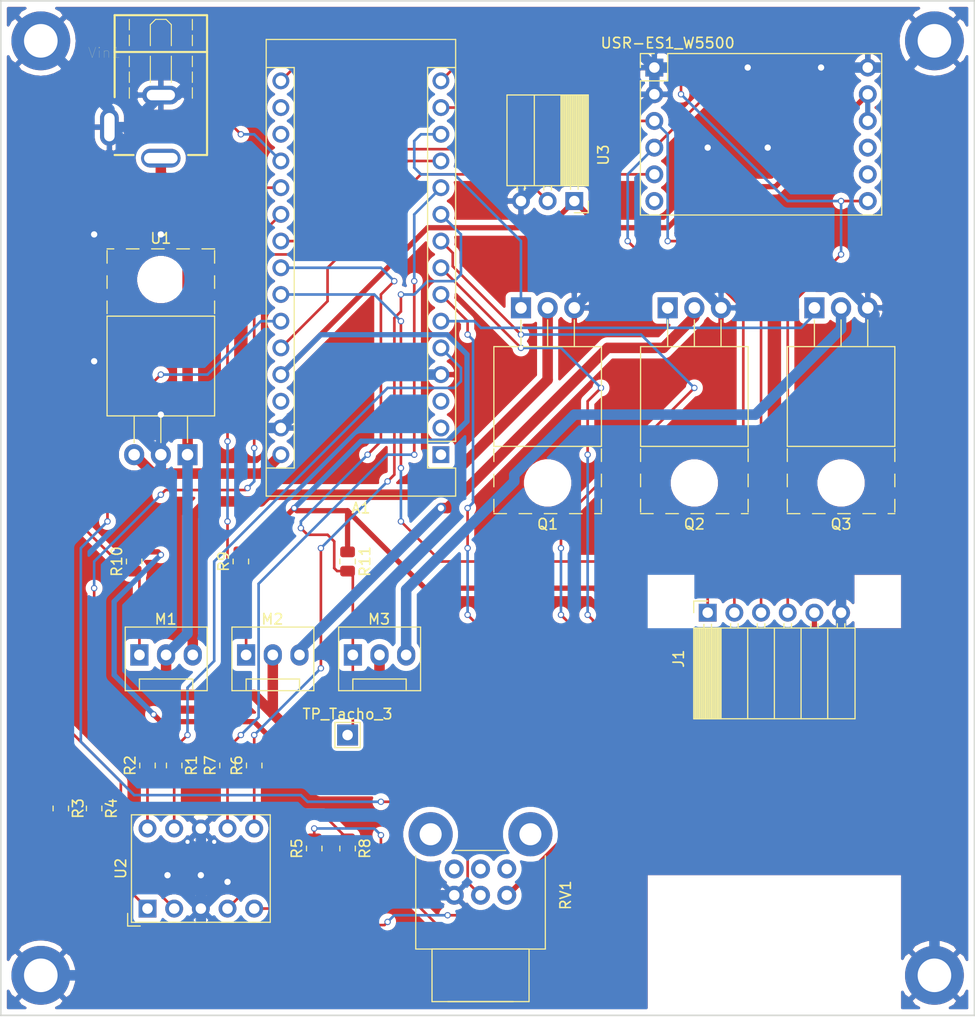
<source format=kicad_pcb>
(kicad_pcb (version 20171130) (host pcbnew "(5.1.10)-1")
  (title_block (date "jeu. 02 avril 2015"))
  (layers (0 F.Cu signal) (31 B.Cu signal) (34 B.Paste user) (35 F.Paste user) (36 B.SilkS user) (37 F.SilkS user) (38 B.Mask user) (39 F.Mask user) (44 Edge.Cuts user))
  (net 0 "")
  (net 1 "Net-(A1-Pad13)")
  (net 2 "Net-(A1-Pad28)")
  (net 3 "Net-(A1-Pad12)")
  (net 4 "Net-(A1-Pad11)")
  (net 5 "Net-(A1-Pad26)")
  (net 6 "Net-(A1-Pad10)")
  (net 7 "Net-(A1-Pad9)")
  (net 8 "Net-(A1-Pad8)")
  (net 9 "Net-(A1-Pad23)")
  (net 10 "Net-(A1-Pad7)")
  (net 11 "Net-(A1-Pad6)")
  (net 12 "Net-(A1-Pad21)")
  (net 13 "Net-(A1-Pad5)")
  (net 14 "Net-(A1-Pad20)")
  (net 15 "Net-(A1-Pad19)")
  (net 16 "Net-(A1-Pad3)")
  (net 17 "Net-(A1-Pad18)")
  (net 18 "Net-(A1-Pad2)")
  (net 19 "Net-(A1-Pad17)")
  (net 20 "Net-(A1-Pad1)")
  (net 21 "Net-(R1-Pad2)")
  (net 22 "Net-(R3-Pad2)")
  (net 23 "Net-(R4-Pad2)")
  (net 24 "Net-(R5-Pad1)")
  (net 25 "Net-(R6-Pad1)")
  (net 26 "Net-(R7-Pad1)")
  (net 27 "Net-(R8-Pad2)")
  (net 28 /CS)
  (net 29 "Net-(M1-Pad3)")
  (net 30 "Net-(M2-Pad3)")
  (net 31 /MI)
  (net 32 /NT)
  (net 33 /RST)
  (net 34 /NC)
  (net 35 /SCK)
  (net 36 /V)
  (net 37 /MO)
  (net 38 /G)
  (net 39 "Net-(M3-Pad3)")
  (net 40 "Net-(R2-Pad1)")
  (net 41 /6V)
  (net 42 /12V)
  (net 43 /CS_SD)
  (net 44 /A6)
  (module NEB21R:NEB21R (layer F.Cu) (at 95.25 19.05 180)
    (fp_text reference Vin1 (at 5.365 2.675 180) (layer F.SilkS) (effects (font (thickness 0.015))))
    (fp_text value NEB21R)
    (pad 2 thru_hole oval (at 4.9 -4.4 180) (size 1.778 3.556) (drill oval 1 2.7) (layers *.Cu *.Mask) (net 38 /G))
    (pad 1 thru_hole oval (at 0 -7.35 180) (size 3.756 1.778) (drill oval 3.2 1) (layers *.Cu *.Mask) (net 42 /12V))
    (pad 3 thru_hole oval (at 0 -1.35 180) (size 3.556 1.778) (drill oval 2.7 1) (layers *.Cu *.Mask) (net 38 /G))
  )
  (module KiCadFootprints:Potentiometer_Alps_RK09L_Double_Horizontal_Edge_mount (layer F.Cu) (at 123.19 96.52 270)
    (fp_text reference RV1 (at 0 -10.6 90) (layer F.SilkS))
    (fp_text value R_POT)
    (pad 3 thru_hole circle (at 0 -5 270) (size 1.8 1.8) (drill 1) (layers *.Cu *.Mask) (net 36 /V))
    (pad 2 thru_hole circle (at 0 -2.5 270) (size 1.8 1.8) (drill 1) (layers *.Cu *.Mask) (net 44 /A6))
    (pad 1 thru_hole circle (at 0 0 270) (size 1.8 1.8) (drill 1) (layers *.Cu *.Mask) (net 38 /G))
    (pad 6 thru_hole circle (at -2.5 -5 270) (size 1.8 1.8) (drill 1) (layers *.Cu *.Mask))
    (pad 5 thru_hole circle (at -2.5 -2.5 270) (size 1.8 1.8) (drill 1) (layers *.Cu *.Mask))
    (pad 4 thru_hole circle (at -2.5 0 270) (size 1.8 1.8) (drill 1) (layers *.Cu *.Mask))
    (pad "" thru_hole circle (at -5.8 -7.25 270) (size 4.2 4.2) (drill 2.1) (layers *.Cu *.Mask))
    (pad "" thru_hole circle (at -5.8 2.25 270) (size 4.2 4.2) (drill 2.1) (layers *.Cu *.Mask))
  )
  (module KiCadFootprints:USR-ES1_W5500_v2 (layer F.Cu) (at 142.24 17.78)
    (fp_text reference USR-ES1_W5500 (at 1.27 -2.33) (layer F.SilkS))
    (fp_text value Conn_02x06_Odd_Even)
    (pad 12 thru_hole oval (at 20.32 12.7) (size 1.7 1.7) (drill 1) (layers *.Cu *.Mask) (net 31 /MI))
    (pad 11 thru_hole oval (at 0 12.7) (size 1.7 1.7) (drill 1) (layers *.Cu *.Mask) (net 32 /NT))
    (pad 10 thru_hole oval (at 20.32 10.16) (size 1.7 1.7) (drill 1) (layers *.Cu *.Mask) (net 33 /RST))
    (pad 9 thru_hole oval (at 0 10.16) (size 1.7 1.7) (drill 1) (layers *.Cu *.Mask) (net 28 /CS))
    (pad 8 thru_hole oval (at 20.32 7.62) (size 1.7 1.7) (drill 1) (layers *.Cu *.Mask) (net 34 /NC))
    (pad 7 thru_hole oval (at 0 7.62) (size 1.7 1.7) (drill 1) (layers *.Cu *.Mask) (net 35 /SCK))
    (pad 6 thru_hole oval (at 20.32 5.08) (size 1.7 1.7) (drill 1) (layers *.Cu *.Mask) (net 36 /V))
    (pad 5 thru_hole oval (at 0 5.08) (size 1.7 1.7) (drill 1) (layers *.Cu *.Mask) (net 37 /MO))
    (pad 4 thru_hole oval (at 20.32 2.54) (size 1.7 1.7) (drill 1) (layers *.Cu *.Mask) (net 36 /V))
    (pad 3 thru_hole oval (at 0 2.54) (size 1.7 1.7) (drill 1) (layers *.Cu *.Mask) (net 38 /G))
    (pad 2 thru_hole oval (at 20.32 0) (size 1.7 1.7) (drill 1) (layers *.Cu *.Mask) (net 38 /G))
    (pad 1 thru_hole rect (at 0 0) (size 1.7 1.7) (drill 1) (layers *.Cu *.Mask) (net 38 /G))
  )
  (module Display_7Segment:Sx39-1xxxxx (layer F.Cu) (at 93.98 97.79 90)
    (fp_text reference U2 (at 3.81 -2.54 90) (layer F.SilkS))
    (fp_text value KCSC02-105)
    (pad 10 thru_hole circle (at 7.62 0 90) (size 1.7 1.7) (drill 1) (layers *.Cu *.Mask) (net 40 "Net-(R2-Pad1)"))
    (pad 9 thru_hole circle (at 7.62 2.54 90) (size 1.7 1.7) (drill 1) (layers *.Cu *.Mask) (net 21 "Net-(R1-Pad2)"))
    (pad 8 thru_hole circle (at 7.62 5.08 90) (size 1.7 1.7) (drill 1) (layers *.Cu *.Mask) (net 38 /G))
    (pad 7 thru_hole circle (at 7.62 7.62 90) (size 1.7 1.7) (drill 1) (layers *.Cu *.Mask) (net 26 "Net-(R7-Pad1)"))
    (pad 6 thru_hole circle (at 7.62 10.16 90) (size 1.7 1.7) (drill 1) (layers *.Cu *.Mask) (net 25 "Net-(R6-Pad1)"))
    (pad 5 thru_hole circle (at 0 10.16 90) (size 1.7 1.7) (drill 1) (layers *.Cu *.Mask) (net 27 "Net-(R8-Pad2)"))
    (pad 4 thru_hole circle (at 0 7.62 90) (size 1.7 1.7) (drill 1) (layers *.Cu *.Mask) (net 24 "Net-(R5-Pad1)"))
    (pad 3 thru_hole circle (at 0 5.08 90) (size 1.7 1.7) (drill 1) (layers *.Cu *.Mask) (net 38 /G))
    (pad 2 thru_hole circle (at 0 2.54 90) (size 1.7 1.7) (drill 1) (layers *.Cu *.Mask) (net 23 "Net-(R4-Pad2)"))
    (pad 1 thru_hole rect (at 0 0 90) (size 1.7 1.7) (drill 1) (layers *.Cu *.Mask) (net 22 "Net-(R3-Pad2)"))
  )
  (module MountingHole:MountingHole_3.2mm_M3_DIN965_Pad (layer F.Cu) (at 168.91 15.24)
    (fp_text reference REF** hide)
    (fp_text value " ")
    (pad 1 thru_hole circle (at 0 0) (size 5.6 5.6) (drill 3.2) (layers *.Cu *.Mask) (net 38 /G))
  )
  (module MountingHole:MountingHole_3.2mm_M3_DIN965_Pad (layer F.Cu) (at 168.91 104.14)
    (fp_text reference REF** hide)
    (fp_text value " ")
    (pad 1 thru_hole circle (at 0 0) (size 5.6 5.6) (drill 3.2) (layers *.Cu *.Mask) (net 38 /G))
  )
  (module MountingHole:MountingHole_3.2mm_M3_DIN965_Pad (layer F.Cu) (at 83.82 104.14)
    (fp_text reference REF** hide)
    (fp_text value " ")
    (pad 1 thru_hole circle (at 0 0) (size 5.6 5.6) (drill 3.2) (layers *.Cu *.Mask) (net 38 /G))
  )
  (module MountingHole:MountingHole_3.2mm_M3_DIN965_Pad (layer F.Cu) (at 83.82 15.24)
    (fp_text reference REF** hide)
    (fp_text value " ")
    (pad 1 thru_hole circle (at 0 0) (size 5.6 5.6) (drill 3.2) (layers *.Cu *.Mask) (net 38 /G))
  )
  (module Resistor_SMD:R_0805_2012Metric (layer F.Cu) (at 113.03 64.77 270)
    (fp_text reference R11 (at 0 -1.65 90) (layer F.SilkS))
    (fp_text value "10 kΩ")
    (pad 2 smd roundrect (at 0.9125 0 270) (size 1.025 1.4) (layers F.Cu F.Paste F.Mask) (roundrect_rratio 0.2439004878048781) (net 9 "Net-(A1-Pad23)"))
    (pad 1 smd roundrect (at -0.9125 0 270) (size 1.025 1.4) (layers F.Cu F.Paste F.Mask) (roundrect_rratio 0.2439004878048781) (net 36 /V))
  )
  (module Resistor_SMD:R_0805_2012Metric (layer F.Cu) (at 92.71 64.77 90)
    (fp_text reference R10 (at 0 -1.65 90) (layer F.SilkS))
    (fp_text value "10 kΩ")
    (pad 2 smd roundrect (at 0.9125 0 90) (size 1.025 1.4) (layers F.Cu F.Paste F.Mask) (roundrect_rratio 0.2439004878048781) (net 36 /V))
    (pad 1 smd roundrect (at -0.9125 0 90) (size 1.025 1.4) (layers F.Cu F.Paste F.Mask) (roundrect_rratio 0.2439004878048781) (net 14 "Net-(A1-Pad20)"))
  )
  (module Resistor_SMD:R_0805_2012Metric (layer F.Cu) (at 102.87 64.77 90)
    (fp_text reference R9 (at 0 -1.65 90) (layer F.SilkS))
    (fp_text value "10 kΩ")
    (pad 2 smd roundrect (at 0.9125 0 90) (size 1.025 1.4) (layers F.Cu F.Paste F.Mask) (roundrect_rratio 0.2439004878048781) (net 36 /V))
    (pad 1 smd roundrect (at -0.9125 0 90) (size 1.025 1.4) (layers F.Cu F.Paste F.Mask) (roundrect_rratio 0.2439004878048781) (net 12 "Net-(A1-Pad21)"))
  )
  (module Resistor_SMD:R_0805_2012Metric (layer F.Cu) (at 113.03 92.075 270)
    (fp_text reference R8 (at 0 -1.65 90) (layer F.SilkS))
    (fp_text value "220 Ω")
    (pad 2 smd roundrect (at 0.9125 0 270) (size 1.025 1.4) (layers F.Cu F.Paste F.Mask) (roundrect_rratio 0.2439004878048781) (net 27 "Net-(R8-Pad2)"))
    (pad 1 smd roundrect (at -0.9125 0 270) (size 1.025 1.4) (layers F.Cu F.Paste F.Mask) (roundrect_rratio 0.2439004878048781) (net 15 "Net-(A1-Pad19)"))
  )
  (module Resistor_SMD:R_0805_2012Metric (layer F.Cu) (at 101.6 84.1775 90)
    (fp_text reference R7 (at 0 -1.65 90) (layer F.SilkS))
    (fp_text value "220 Ω")
    (pad 2 smd roundrect (at 0.9125 0 90) (size 1.025 1.4) (layers F.Cu F.Paste F.Mask) (roundrect_rratio 0.2439004878048781) (net 4 "Net-(A1-Pad11)"))
    (pad 1 smd roundrect (at -0.9125 0 90) (size 1.025 1.4) (layers F.Cu F.Paste F.Mask) (roundrect_rratio 0.2439004878048781) (net 26 "Net-(R7-Pad1)"))
  )
  (module Resistor_SMD:R_0805_2012Metric (layer F.Cu) (at 104.14 84.1775 90)
    (fp_text reference R6 (at 0 -1.65 90) (layer F.SilkS))
    (fp_text value "220 Ω")
    (pad 2 smd roundrect (at 0.9125 0 90) (size 1.025 1.4) (layers F.Cu F.Paste F.Mask) (roundrect_rratio 0.2439004878048781) (net 6 "Net-(A1-Pad10)"))
    (pad 1 smd roundrect (at -0.9125 0 90) (size 1.025 1.4) (layers F.Cu F.Paste F.Mask) (roundrect_rratio 0.2439004878048781) (net 25 "Net-(R6-Pad1)"))
  )
  (module Resistor_SMD:R_0805_2012Metric (layer F.Cu) (at 109.855 92.075 90)
    (fp_text reference R5 (at 0 -1.65 90) (layer F.SilkS))
    (fp_text value "220 Ω")
    (pad 2 smd roundrect (at 0.9125 0 90) (size 1.025 1.4) (layers F.Cu F.Paste F.Mask) (roundrect_rratio 0.2439004878048781) (net 7 "Net-(A1-Pad9)"))
    (pad 1 smd roundrect (at -0.9125 0 90) (size 1.025 1.4) (layers F.Cu F.Paste F.Mask) (roundrect_rratio 0.2439004878048781) (net 24 "Net-(R5-Pad1)"))
  )
  (module Resistor_SMD:R_0805_2012Metric (layer F.Cu) (at 88.9 88.265 270)
    (fp_text reference R4 (at 0 -1.65 90) (layer F.SilkS))
    (fp_text value "220 Ω")
    (pad 2 smd roundrect (at 0.9125 0 270) (size 1.025 1.4) (layers F.Cu F.Paste F.Mask) (roundrect_rratio 0.2439004878048781) (net 23 "Net-(R4-Pad2)"))
    (pad 1 smd roundrect (at -0.9125 0 270) (size 1.025 1.4) (layers F.Cu F.Paste F.Mask) (roundrect_rratio 0.2439004878048781) (net 8 "Net-(A1-Pad8)"))
  )
  (module Resistor_SMD:R_0805_2012Metric (layer F.Cu) (at 85.725 88.265 270)
    (fp_text reference R3 (at 0 -1.65 90) (layer F.SilkS))
    (fp_text value "220 Ω")
    (pad 2 smd roundrect (at 0.9125 0 270) (size 1.025 1.4) (layers F.Cu F.Paste F.Mask) (roundrect_rratio 0.2439004878048781) (net 22 "Net-(R3-Pad2)"))
    (pad 1 smd roundrect (at -0.9125 0 270) (size 1.025 1.4) (layers F.Cu F.Paste F.Mask) (roundrect_rratio 0.2439004878048781) (net 10 "Net-(A1-Pad7)"))
  )
  (module Resistor_SMD:R_0805_2012Metric (layer F.Cu) (at 93.98 84.1775 90)
    (fp_text reference R2 (at 0 -1.65 90) (layer F.SilkS))
    (fp_text value "220 Ω")
    (pad 2 smd roundrect (at 0.9125 0 90) (size 1.025 1.4) (layers F.Cu F.Paste F.Mask) (roundrect_rratio 0.2439004878048781) (net 3 "Net-(A1-Pad12)"))
    (pad 1 smd roundrect (at -0.9125 0 90) (size 1.025 1.4) (layers F.Cu F.Paste F.Mask) (roundrect_rratio 0.2439004878048781) (net 40 "Net-(R2-Pad1)"))
  )
  (module Resistor_SMD:R_0805_2012Metric (layer F.Cu) (at 96.52 84.1775 270)
    (fp_text reference R1 (at 0 -1.65 90) (layer F.SilkS))
    (fp_text value "220 Ω")
    (pad 2 smd roundrect (at 0.9125 0 270) (size 1.025 1.4) (layers F.Cu F.Paste F.Mask) (roundrect_rratio 0.2439004878048781) (net 21 "Net-(R1-Pad2)"))
    (pad 1 smd roundrect (at -0.9125 0 270) (size 1.025 1.4) (layers F.Cu F.Paste F.Mask) (roundrect_rratio 0.2439004878048781) (net 13 "Net-(A1-Pad5)"))
  )
  (module TestPoint:TestPoint_THTPad_2.0x2.0mm_Drill1.0mm (layer F.Cu) (at 113.03 81.28)
    (fp_text reference TP_Tacho_3 (at 0 -1.998) (layer F.SilkS))
    (fp_text value TestPoint)
    (pad 1 thru_hole rect (at 0 0) (size 2 2) (drill 1) (layers *.Cu *.Mask) (net 9 "Net-(A1-Pad23)"))
  )
  (module KiCadFootprints:TO-220-3_Horizontal_TabUp_SK_95_25 (layer F.Cu) (at 97.79 54.61 180)
    (fp_text reference U1 (at 2.54 20.58) (layer F.SilkS))
    (fp_text value L7806)
    (pad "" np_thru_hole oval (at 2.54 16.66 180) (size 3.5 3.5) (drill 3.5) (layers *.Cu *.Mask))
    (pad 1 thru_hole rect (at 0 0 180) (size 1.905 2) (drill 1.1) (layers *.Cu *.Mask) (net 42 /12V))
    (pad 2 thru_hole oval (at 2.54 0 180) (size 1.905 2) (drill 1.1) (layers *.Cu *.Mask) (net 38 /G))
    (pad 3 thru_hole oval (at 5.08 0 180) (size 1.905 2) (drill 1.1) (layers *.Cu *.Mask) (net 41 /6V))
  )
  (module KiCadFootprints:TO-220-3_Horizontal_TabUp_SK_95_25 (layer F.Cu) (at 157.48 40.64)
    (fp_text reference Q3 (at 2.54 20.58) (layer F.SilkS))
    (fp_text value IRL520NPBF)
    (pad "" np_thru_hole oval (at 2.54 16.66) (size 3.5 3.5) (drill 3.5) (layers *.Cu *.Mask))
    (pad 1 thru_hole rect (at 0 0) (size 1.905 2) (drill 1.1) (layers *.Cu *.Mask) (net 11 "Net-(A1-Pad6)"))
    (pad 2 thru_hole oval (at 2.54 0) (size 1.905 2) (drill 1.1) (layers *.Cu *.Mask) (net 39 "Net-(M3-Pad3)"))
    (pad 3 thru_hole oval (at 5.08 0) (size 1.905 2) (drill 1.1) (layers *.Cu *.Mask) (net 38 /G))
  )
  (module KiCadFootprints:TO-220-3_Horizontal_TabUp_SK_95_25 (layer F.Cu) (at 143.51 40.64)
    (fp_text reference Q2 (at 2.54 20.58) (layer F.SilkS))
    (fp_text value IRL520NPBF)
    (pad "" np_thru_hole oval (at 2.54 16.66) (size 3.5 3.5) (drill 3.5) (layers *.Cu *.Mask))
    (pad 1 thru_hole rect (at 0 0) (size 1.905 2) (drill 1.1) (layers *.Cu *.Mask) (net 11 "Net-(A1-Pad6)"))
    (pad 2 thru_hole oval (at 2.54 0) (size 1.905 2) (drill 1.1) (layers *.Cu *.Mask) (net 30 "Net-(M2-Pad3)"))
    (pad 3 thru_hole oval (at 5.08 0) (size 1.905 2) (drill 1.1) (layers *.Cu *.Mask) (net 38 /G))
  )
  (module KiCadFootprints:TO-220-3_Horizontal_TabUp_SK_95_25 (layer F.Cu) (at 129.54 40.64)
    (fp_text reference Q1 (at 2.54 20.58) (layer F.SilkS))
    (fp_text value IRL520NPBF)
    (pad "" np_thru_hole oval (at 2.54 16.66) (size 3.5 3.5) (drill 3.5) (layers *.Cu *.Mask))
    (pad 1 thru_hole rect (at 0 0) (size 1.905 2) (drill 1.1) (layers *.Cu *.Mask) (net 1 "Net-(A1-Pad13)"))
    (pad 2 thru_hole oval (at 2.54 0) (size 1.905 2) (drill 1.1) (layers *.Cu *.Mask) (net 29 "Net-(M1-Pad3)"))
    (pad 3 thru_hole oval (at 5.08 0) (size 1.905 2) (drill 1.1) (layers *.Cu *.Mask) (net 38 /G))
  )
  (module Connector:FanPinHeader_1x03_P2.54mm_Vertical (layer F.Cu) (at 113.53 73.66)
    (fp_text reference M3 (at 2.5 -3.4) (layer F.SilkS))
    (fp_text value Fan_Tacho)
    (pad 3 thru_hole oval (at 5.08 0 90) (size 2.03 1.73) (drill 1.02) (layers *.Cu *.Mask) (net 39 "Net-(M3-Pad3)"))
    (pad 2 thru_hole oval (at 2.54 0 90) (size 2.03 1.73) (drill 1.02) (layers *.Cu *.Mask) (net 42 /12V))
    (pad 1 thru_hole rect (at 0 0 90) (size 2.03 1.73) (drill 1.02) (layers *.Cu *.Mask) (net 9 "Net-(A1-Pad23)"))
  )
  (module Connector_PinSocket_2.54mm:PinSocket_1x03_P2.54mm_Horizontal (layer F.Cu) (at 134.62 30.48 270)
    (fp_text reference U3 (at -4.38 -2.77 90) (layer F.SilkS))
    (fp_text value LM35-LP)
    (pad 3 thru_hole oval (at 0 5.08 270) (size 1.7 1.7) (drill 1) (layers *.Cu *.Mask) (net 38 /G))
    (pad 2 thru_hole oval (at 0 2.54 270) (size 1.7 1.7) (drill 1) (layers *.Cu *.Mask) (net 5 "Net-(A1-Pad26)"))
    (pad 1 thru_hole rect (at 0 0 270) (size 1.7 1.7) (drill 1) (layers *.Cu *.Mask) (net 36 /V))
  )
  (module Connector:FanPinHeader_1x03_P2.54mm_Vertical (layer F.Cu) (at 103.37 73.66)
    (fp_text reference M2 (at 2.5 -3.4) (layer F.SilkS))
    (fp_text value Fan_Tacho)
    (pad 3 thru_hole oval (at 5.08 0 90) (size 2.03 1.73) (drill 1.02) (layers *.Cu *.Mask) (net 30 "Net-(M2-Pad3)"))
    (pad 2 thru_hole oval (at 2.54 0 90) (size 2.03 1.73) (drill 1.02) (layers *.Cu *.Mask) (net 42 /12V))
    (pad 1 thru_hole rect (at 0 0 90) (size 2.03 1.73) (drill 1.02) (layers *.Cu *.Mask) (net 12 "Net-(A1-Pad21)"))
  )
  (module Connector:FanPinHeader_1x03_P2.54mm_Vertical (layer F.Cu) (at 93.21 73.66)
    (fp_text reference M1 (at 2.5 -3.4) (layer F.SilkS))
    (fp_text value Fan_Tacho)
    (pad 3 thru_hole oval (at 5.08 0 90) (size 2.03 1.73) (drill 1.02) (layers *.Cu *.Mask) (net 29 "Net-(M1-Pad3)"))
    (pad 2 thru_hole oval (at 2.54 0 90) (size 2.03 1.73) (drill 1.02) (layers *.Cu *.Mask) (net 42 /12V))
    (pad 1 thru_hole rect (at 0 0 90) (size 2.03 1.73) (drill 1.02) (layers *.Cu *.Mask) (net 14 "Net-(A1-Pad20)"))
  )
  (module Connector_PinSocket_2.54mm:PinSocket_1x06_P2.54mm_Horizontal (layer F.Cu) (at 147.32 69.64 90)
    (fp_text reference J1 (at -4.38 -2.77 90) (layer F.SilkS))
    (fp_text value Conn_01x06_Female)
    (pad 6 thru_hole oval (at 0 12.7 90) (size 1.7 1.7) (drill 1) (layers *.Cu *.Mask) (net 38 /G))
    (pad 5 thru_hole oval (at 0 10.16 90) (size 1.7 1.7) (drill 1) (layers *.Cu *.Mask) (net 36 /V))
    (pad 4 thru_hole oval (at 0 7.62 90) (size 1.7 1.7) (drill 1) (layers *.Cu *.Mask) (net 31 /MI))
    (pad 3 thru_hole oval (at 0 5.08 90) (size 1.7 1.7) (drill 1) (layers *.Cu *.Mask) (net 37 /MO))
    (pad 2 thru_hole oval (at 0 2.54 90) (size 1.7 1.7) (drill 1) (layers *.Cu *.Mask) (net 35 /SCK))
    (pad 1 thru_hole rect (at 0 0 90) (size 1.7 1.7) (drill 1) (layers *.Cu *.Mask) (net 43 /CS_SD))
  )
  (module Module:Arduino_Nano (layer F.Cu) (at 121.92 54.61 180)
    (fp_text reference A1 (at 7.62 -5.08) (layer F.SilkS))
    (fp_text value Arduino_Nano_v3.x)
    (pad 1 thru_hole rect (at 0 0 180) (size 1.6 1.6) (drill 1) (layers *.Cu *.Mask) (net 20 "Net-(A1-Pad1)"))
    (pad 17 thru_hole oval (at 15.24 33.02 180) (size 1.6 1.6) (drill 1) (layers *.Cu *.Mask) (net 19 "Net-(A1-Pad17)"))
    (pad 2 thru_hole oval (at 0 2.54 180) (size 1.6 1.6) (drill 1) (layers *.Cu *.Mask) (net 18 "Net-(A1-Pad2)"))
    (pad 18 thru_hole oval (at 15.24 30.48 180) (size 1.6 1.6) (drill 1) (layers *.Cu *.Mask) (net 17 "Net-(A1-Pad18)"))
    (pad 3 thru_hole oval (at 0 5.08 180) (size 1.6 1.6) (drill 1) (layers *.Cu *.Mask) (net 16 "Net-(A1-Pad3)"))
    (pad 19 thru_hole oval (at 15.24 27.94 180) (size 1.6 1.6) (drill 1) (layers *.Cu *.Mask) (net 15 "Net-(A1-Pad19)"))
    (pad 4 thru_hole oval (at 0 7.62 180) (size 1.6 1.6) (drill 1) (layers *.Cu *.Mask) (net 38 /G))
    (pad 20 thru_hole oval (at 15.24 25.4 180) (size 1.6 1.6) (drill 1) (layers *.Cu *.Mask) (net 14 "Net-(A1-Pad20)"))
    (pad 5 thru_hole oval (at 0 10.16 180) (size 1.6 1.6) (drill 1) (layers *.Cu *.Mask) (net 13 "Net-(A1-Pad5)"))
    (pad 21 thru_hole oval (at 15.24 22.86 180) (size 1.6 1.6) (drill 1) (layers *.Cu *.Mask) (net 12 "Net-(A1-Pad21)"))
    (pad 6 thru_hole oval (at 0 12.7 180) (size 1.6 1.6) (drill 1) (layers *.Cu *.Mask) (net 11 "Net-(A1-Pad6)"))
    (pad 22 thru_hole oval (at 15.24 20.32 180) (size 1.6 1.6) (drill 1) (layers *.Cu *.Mask) (net 28 /CS))
    (pad 7 thru_hole oval (at 0 15.24 180) (size 1.6 1.6) (drill 1) (layers *.Cu *.Mask) (net 10 "Net-(A1-Pad7)"))
    (pad 23 thru_hole oval (at 15.24 17.78 180) (size 1.6 1.6) (drill 1) (layers *.Cu *.Mask) (net 9 "Net-(A1-Pad23)"))
    (pad 8 thru_hole oval (at 0 17.78 180) (size 1.6 1.6) (drill 1) (layers *.Cu *.Mask) (net 8 "Net-(A1-Pad8)"))
    (pad 24 thru_hole oval (at 15.24 15.24 180) (size 1.6 1.6) (drill 1) (layers *.Cu *.Mask) (net 43 /CS_SD))
    (pad 9 thru_hole oval (at 0 20.32 180) (size 1.6 1.6) (drill 1) (layers *.Cu *.Mask) (net 7 "Net-(A1-Pad9)"))
    (pad 25 thru_hole oval (at 15.24 12.7 180) (size 1.6 1.6) (drill 1) (layers *.Cu *.Mask) (net 44 /A6))
    (pad 10 thru_hole oval (at 0 22.86 180) (size 1.6 1.6) (drill 1) (layers *.Cu *.Mask) (net 6 "Net-(A1-Pad10)"))
    (pad 26 thru_hole oval (at 15.24 10.16 180) (size 1.6 1.6) (drill 1) (layers *.Cu *.Mask) (net 5 "Net-(A1-Pad26)"))
    (pad 11 thru_hole oval (at 0 25.4 180) (size 1.6 1.6) (drill 1) (layers *.Cu *.Mask) (net 4 "Net-(A1-Pad11)"))
    (pad 27 thru_hole oval (at 15.24 7.62 180) (size 1.6 1.6) (drill 1) (layers *.Cu *.Mask) (net 36 /V))
    (pad 12 thru_hole oval (at 0 27.94 180) (size 1.6 1.6) (drill 1) (layers *.Cu *.Mask) (net 3 "Net-(A1-Pad12)"))
    (pad 28 thru_hole oval (at 15.24 5.08 180) (size 1.6 1.6) (drill 1) (layers *.Cu *.Mask) (net 2 "Net-(A1-Pad28)"))
    (pad 13 thru_hole oval (at 0 30.48 180) (size 1.6 1.6) (drill 1) (layers *.Cu *.Mask) (net 1 "Net-(A1-Pad13)"))
    (pad 29 thru_hole oval (at 15.24 2.54 180) (size 1.6 1.6) (drill 1) (layers *.Cu *.Mask) (net 38 /G))
    (pad 14 thru_hole oval (at 0 33.02 180) (size 1.6 1.6) (drill 1) (layers *.Cu *.Mask) (net 37 /MO))
    (pad 30 thru_hole oval (at 15.24 0 180) (size 1.6 1.6) (drill 1) (layers *.Cu *.Mask) (net 41 /6V))
    (pad 15 thru_hole oval (at 0 35.56 180) (size 1.6 1.6) (drill 1) (layers *.Cu *.Mask) (net 31 /MI))
    (pad 16 thru_hole oval (at 15.24 35.56 180) (size 1.6 1.6) (drill 1) (layers *.Cu *.Mask) (net 35 /SCK))
  )
  (gr_line (start 80.01 11.43) (end 80.01 107.95) (layer Edge.Cuts) (width 0.15))
  (gr_line (start 172.72 107.95) (end 80.01 107.95) (layer Edge.Cuts) (width 0.15))
  (gr_line (start 172.72 11.43) (end 172.72 107.95) (layer Edge.Cuts) (width 0.15))
  (gr_line (start 80.01 11.43) (end 172.72 11.43) (layer Edge.Cuts) (width 0.15))
  (segment (start 119.38 24.765) (end 120.015 24.13) (width 0.25) (layer B.Cu) (net 1))
  (segment (start 119.38 27.305) (end 119.38 24.765) (width 0.25) (layer B.Cu) (net 1))
  (segment (start 120.015 24.13) (end 121.92 24.13) (width 0.25) (layer B.Cu) (net 1))
  (segment (start 123.19 27.94) (end 120.015 27.94) (width 0.25) (layer B.Cu) (net 1))
  (segment (start 129.54 34.29) (end 123.19 27.94) (width 0.25) (layer B.Cu) (net 1))
  (segment (start 120.015 27.94) (end 119.38 27.305) (width 0.25) (layer B.Cu) (net 1))
  (segment (start 129.54 40.64) (end 129.54 34.29) (width 0.25) (layer B.Cu) (net 1))
  (segment (start 93.28 83.265) (end 88.9 78.885) (width 0.25) (layer F.Cu) (net 3))
  (segment (start 93.98 83.265) (end 93.28 83.265) (width 0.25) (layer F.Cu) (net 3))
  (segment (start 88.9 78.885) (end 88.9 67.31) (width 0.25) (layer F.Cu) (net 3))
  (via (at 88.9 67.31) (size 0.6) (drill 0.4) (layers F.Cu B.Cu) (net 3))
  (via (at 95.25 58.42) (size 0.6) (drill 0.4) (layers F.Cu B.Cu) (net 3))
  (segment (start 88.9 64.77) (end 95.25 58.42) (width 0.25) (layer B.Cu) (net 3))
  (segment (start 88.9 67.31) (end 88.9 64.77) (width 0.25) (layer B.Cu) (net 3))
  (segment (start 95.25 58.42) (end 95.694989 57.975011) (width 0.25) (layer F.Cu) (net 3))
  (via (at 103.505 57.785) (size 0.6) (drill 0.4) (layers F.Cu B.Cu) (net 3))
  (segment (start 103.314989 57.975011) (end 103.505 57.785) (width 0.25) (layer F.Cu) (net 3))
  (segment (start 95.694989 57.975011) (end 103.314989 57.975011) (width 0.25) (layer F.Cu) (net 3))
  (via (at 104.14 53.975) (size 0.6) (drill 0.4) (layers F.Cu B.Cu) (net 3))
  (segment (start 104.14 57.15) (end 104.14 53.975) (width 0.25) (layer B.Cu) (net 3))
  (segment (start 103.505 57.785) (end 104.14 57.15) (width 0.25) (layer B.Cu) (net 3))
  (segment (start 104.14 53.975) (end 104.14 36.195) (width 0.25) (layer F.Cu) (net 3))
  (segment (start 104.14 36.195) (end 104.775 35.56) (width 0.25) (layer F.Cu) (net 3))
  (segment (start 104.775 35.56) (end 109.855 35.56) (width 0.25) (layer F.Cu) (net 3))
  (segment (start 109.855 35.56) (end 118.745 26.67) (width 0.25) (layer F.Cu) (net 3))
  (segment (start 118.745 26.67) (end 121.92 26.67) (width 0.25) (layer F.Cu) (net 3))
  (via (at 102.87 81.28) (size 0.6) (drill 0.4) (layers F.Cu B.Cu) (net 4))
  (segment (start 101.6 82.55) (end 102.87 81.28) (width 0.25) (layer F.Cu) (net 4))
  (segment (start 101.6 83.265) (end 101.6 82.55) (width 0.25) (layer F.Cu) (net 4))
  (segment (start 104.560001 79.589999) (end 104.560001 66.889999) (width 0.25) (layer B.Cu) (net 4))
  (segment (start 102.87 81.28) (end 104.560001 79.589999) (width 0.25) (layer B.Cu) (net 4))
  (via (at 119.38 54.61) (size 0.6) (drill 0.4) (layers F.Cu B.Cu) (net 4))
  (segment (start 116.84 54.61) (end 119.38 54.61) (width 0.25) (layer B.Cu) (net 4))
  (segment (start 104.560001 66.889999) (end 116.84 54.61) (width 0.25) (layer B.Cu) (net 4))
  (via (at 119.38 38.1) (size 0.6) (drill 0.4) (layers F.Cu B.Cu) (net 4))
  (segment (start 119.38 54.61) (end 119.38 38.1) (width 0.25) (layer F.Cu) (net 4))
  (segment (start 119.38 31.75) (end 121.92 29.21) (width 0.25) (layer B.Cu) (net 4))
  (segment (start 119.38 38.1) (end 119.38 31.75) (width 0.25) (layer B.Cu) (net 4))
  (segment (start 111.125 40.005) (end 106.68 44.45) (width 0.25) (layer F.Cu) (net 5))
  (segment (start 111.125 36.83) (end 111.125 40.005) (width 0.25) (layer F.Cu) (net 5))
  (segment (start 120.015 27.94) (end 111.125 36.83) (width 0.25) (layer F.Cu) (net 5))
  (segment (start 129.54 27.94) (end 120.015 27.94) (width 0.25) (layer F.Cu) (net 5))
  (segment (start 132.08 30.48) (end 129.54 27.94) (width 0.25) (layer F.Cu) (net 5))
  (via (at 104.14 81.28) (size 0.6) (drill 0.4) (layers F.Cu B.Cu) (net 6))
  (segment (start 104.14 83.265) (end 104.14 81.28) (width 0.25) (layer F.Cu) (net 6))
  (segment (start 104.14 81.28) (end 106.68 78.74) (width 0.25) (layer B.Cu) (net 6))
  (via (at 116.84 57.15) (size 0.6) (drill 0.4) (layers F.Cu B.Cu) (net 6))
  (segment (start 118.11 40.984998) (end 118.11 39.37) (width 0.25) (layer F.Cu) (net 6))
  (segment (start 117.484999 41.609999) (end 118.11 40.984998) (width 0.25) (layer F.Cu) (net 6))
  (segment (start 117.484999 56.505001) (end 117.484999 41.609999) (width 0.25) (layer F.Cu) (net 6))
  (segment (start 116.84 57.15) (end 117.484999 56.505001) (width 0.25) (layer F.Cu) (net 6))
  (segment (start 118.11 39.37) (end 118.11 39.37) (width 0.25) (layer F.Cu) (net 6))
  (via (at 118.11 39.37) (size 0.6) (drill 0.4) (layers F.Cu B.Cu) (net 6))
  (via (at 110.49 74.93) (size 0.6) (drill 0.4) (layers F.Cu B.Cu) (net 6))
  (segment (start 106.68 78.74) (end 110.49 74.93) (width 0.25) (layer B.Cu) (net 6))
  (via (at 110.49 63.5) (size 0.6) (drill 0.4) (layers F.Cu B.Cu) (net 6))
  (segment (start 110.49 74.93) (end 110.49 63.5) (width 0.25) (layer F.Cu) (net 6))
  (segment (start 110.49 63.5) (end 116.84 57.15) (width 0.25) (layer B.Cu) (net 6))
  (segment (start 123.825 37.465) (end 123.825 33.655) (width 0.25) (layer B.Cu) (net 6))
  (segment (start 123.825 33.655) (end 121.92 31.75) (width 0.25) (layer B.Cu) (net 6))
  (segment (start 118.11 39.37) (end 119.38 39.37) (width 0.25) (layer B.Cu) (net 6))
  (segment (start 119.38 39.37) (end 120.65 38.1) (width 0.25) (layer B.Cu) (net 6))
  (segment (start 123.19 38.1) (end 123.825 37.465) (width 0.25) (layer B.Cu) (net 6))
  (segment (start 120.65 38.1) (end 123.19 38.1) (width 0.25) (layer B.Cu) (net 6))
  (via (at 133.35 69.85) (size 0.6) (drill 0.4) (layers F.Cu B.Cu) (net 7))
  (via (at 133.35 63.5) (size 0.6) (drill 0.4) (layers F.Cu B.Cu) (net 7))
  (segment (start 133.35 69.85) (end 133.35 63.5) (width 0.25) (layer B.Cu) (net 7))
  (segment (start 133.35 63.5) (end 133.35 60.96) (width 0.25) (layer F.Cu) (net 7))
  (via (at 146.05 48.26) (size 0.6) (drill 0.4) (layers F.Cu B.Cu) (net 7))
  (segment (start 133.35 60.96) (end 146.05 48.26) (width 0.25) (layer F.Cu) (net 7))
  (segment (start 146.05 48.26) (end 140.97 43.18) (width 0.25) (layer B.Cu) (net 7))
  (via (at 129.54 43.18) (size 0.6) (drill 0.4) (layers F.Cu B.Cu) (net 7))
  (segment (start 140.97 43.18) (end 129.54 43.18) (width 0.25) (layer B.Cu) (net 7))
  (segment (start 123.045001 35.415001) (end 121.92 34.29) (width 0.25) (layer F.Cu) (net 7))
  (segment (start 123.045001 36.685001) (end 123.045001 35.415001) (width 0.25) (layer F.Cu) (net 7))
  (segment (start 129.54 43.18) (end 123.045001 36.685001) (width 0.25) (layer F.Cu) (net 7))
  (segment (start 134.375022 70.875022) (end 133.649999 70.149999) (width 0.25) (layer F.Cu) (net 7))
  (segment (start 133.649999 70.149999) (end 133.35 69.85) (width 0.25) (layer F.Cu) (net 7))
  (via (at 109.855 90.17) (size 0.6) (drill 0.4) (layers F.Cu B.Cu) (net 7))
  (segment (start 109.855 91.1625) (end 109.855 90.17) (width 0.25) (layer F.Cu) (net 7))
  (via (at 116.205 90.805) (size 0.6) (drill 0.4) (layers F.Cu B.Cu) (net 7))
  (segment (start 115.57 90.17) (end 116.205 90.805) (width 0.25) (layer B.Cu) (net 7))
  (segment (start 109.855 90.17) (end 115.57 90.17) (width 0.25) (layer B.Cu) (net 7))
  (segment (start 116.205 90.805) (end 116.205 93.98) (width 0.25) (layer F.Cu) (net 7))
  (segment (start 116.205 93.98) (end 121.92 99.695) (width 0.25) (layer F.Cu) (net 7))
  (segment (start 128.905 99.695) (end 134.375022 94.224978) (width 0.25) (layer F.Cu) (net 7))
  (segment (start 121.92 99.695) (end 128.905 99.695) (width 0.25) (layer F.Cu) (net 7))
  (segment (start 134.375022 94.224978) (end 135.128 93.472) (width 0.25) (layer F.Cu) (net 7))
  (segment (start 135.128 93.472) (end 135.128 71.628) (width 0.25) (layer F.Cu) (net 7))
  (segment (start 135.128 71.628) (end 134.366 70.866) (width 0.25) (layer F.Cu) (net 7))
  (via (at 135.89 69.85) (size 0.6) (drill 0.4) (layers F.Cu B.Cu) (net 8))
  (via (at 135.89 54.61) (size 0.6) (drill 0.4) (layers F.Cu B.Cu) (net 8))
  (segment (start 135.89 69.85) (end 135.89 54.61) (width 0.25) (layer B.Cu) (net 8))
  (via (at 137.16 48.26) (size 0.6) (drill 0.4) (layers F.Cu B.Cu) (net 8))
  (segment (start 135.89 49.53) (end 137.16 48.26) (width 0.25) (layer F.Cu) (net 8))
  (segment (start 135.89 54.61) (end 135.89 49.53) (width 0.25) (layer F.Cu) (net 8))
  (via (at 129.54 44.45) (size 0.6) (drill 0.4) (layers F.Cu B.Cu) (net 8))
  (segment (start 133.35 44.45) (end 129.54 44.45) (width 0.25) (layer B.Cu) (net 8))
  (segment (start 137.16 48.26) (end 133.35 44.45) (width 0.25) (layer B.Cu) (net 8))
  (segment (start 129.54 44.45) (end 121.92 36.83) (width 0.25) (layer F.Cu) (net 8))
  (segment (start 128.905 100.965) (end 136.398 93.472) (width 0.25) (layer F.Cu) (net 8))
  (segment (start 82.55 90.805) (end 92.71 100.965) (width 0.25) (layer F.Cu) (net 8))
  (segment (start 92.71 100.965) (end 128.905 100.965) (width 0.25) (layer F.Cu) (net 8))
  (segment (start 82.55 85.725) (end 82.55 90.805) (width 0.25) (layer F.Cu) (net 8))
  (segment (start 83.185 85.09) (end 82.55 85.725) (width 0.25) (layer F.Cu) (net 8))
  (segment (start 136.398 70.358) (end 135.89 69.85) (width 0.25) (layer F.Cu) (net 8))
  (segment (start 86.6375 85.09) (end 83.185 85.09) (width 0.25) (layer F.Cu) (net 8))
  (segment (start 136.398 93.472) (end 136.398 70.358) (width 0.25) (layer F.Cu) (net 8))
  (segment (start 88.9 87.3525) (end 86.6375 85.09) (width 0.25) (layer F.Cu) (net 8))
  (segment (start 113.03 74.16) (end 113.53 73.66) (width 0.25) (layer F.Cu) (net 9))
  (segment (start 113.53 66.1825) (end 113.03 65.6825) (width 0.25) (layer F.Cu) (net 9))
  (segment (start 113.53 73.66) (end 113.53 66.1825) (width 0.25) (layer F.Cu) (net 9))
  (segment (start 113.53 80.78) (end 113.03 81.28) (width 0.25) (layer F.Cu) (net 9))
  (segment (start 113.53 73.66) (end 113.53 80.78) (width 0.25) (layer F.Cu) (net 9))
  (segment (start 113.03 65.6825) (end 112.0375 65.6825) (width 0.25) (layer F.Cu) (net 9))
  (segment (start 112.0375 65.6825) (end 111.76 65.405) (width 0.25) (layer F.Cu) (net 9))
  (segment (start 111.76 65.405) (end 111.76 62.865) (width 0.25) (layer F.Cu) (net 9))
  (segment (start 111.76 62.865) (end 111.125 62.23) (width 0.25) (layer F.Cu) (net 9))
  (segment (start 111.125 62.23) (end 109.22 62.23) (width 0.25) (layer F.Cu) (net 9))
  (segment (start 109.22 62.23) (end 108.585 61.595) (width 0.25) (layer F.Cu) (net 9))
  (via (at 108.585 61.595) (size 0.6) (drill 0.4) (layers F.Cu B.Cu) (net 9))
  (segment (start 108.585 61.595) (end 108.585 60.96) (width 0.25) (layer B.Cu) (net 9))
  (via (at 114.935 54.61) (size 0.6) (drill 0.4) (layers F.Cu B.Cu) (net 9))
  (segment (start 108.585 60.96) (end 114.935 54.61) (width 0.25) (layer B.Cu) (net 9))
  (segment (start 114.935 54.61) (end 116.205 53.34) (width 0.25) (layer F.Cu) (net 9))
  (via (at 117.475 38.1) (size 0.6) (drill 0.4) (layers F.Cu B.Cu) (net 9))
  (segment (start 116.205 39.37) (end 117.475 38.1) (width 0.25) (layer F.Cu) (net 9))
  (segment (start 116.205 53.34) (end 116.205 39.37) (width 0.25) (layer F.Cu) (net 9))
  (segment (start 117.475 38.1) (end 116.205 36.83) (width 0.25) (layer B.Cu) (net 9))
  (segment (start 116.205 36.83) (end 106.68 36.83) (width 0.25) (layer B.Cu) (net 9))
  (via (at 124.46 69.85) (size 0.6) (drill 0.4) (layers F.Cu B.Cu) (net 10))
  (via (at 124.46 63.5) (size 0.6) (drill 0.4) (layers F.Cu B.Cu) (net 10))
  (segment (start 124.46 69.85) (end 124.46 63.5) (width 0.25) (layer B.Cu) (net 10))
  (via (at 124.46 43.18) (size 0.6) (drill 0.4) (layers F.Cu B.Cu) (net 10))
  (segment (start 124.46 41.91) (end 121.92 39.37) (width 0.25) (layer F.Cu) (net 10))
  (segment (start 124.46 43.18) (end 124.46 41.91) (width 0.25) (layer F.Cu) (net 10))
  (via (at 124.46 59.69) (size 0.6) (drill 0.4) (layers F.Cu B.Cu) (net 10))
  (segment (start 124.46 63.5) (end 124.46 59.69) (width 0.25) (layer F.Cu) (net 10))
  (segment (start 133.92501 92.434992) (end 133.92501 79.31501) (width 0.25) (layer F.Cu) (net 10))
  (segment (start 133.92501 79.31501) (end 124.759999 70.149999) (width 0.25) (layer F.Cu) (net 10))
  (segment (start 124.759999 70.149999) (end 124.46 69.85) (width 0.25) (layer F.Cu) (net 10))
  (segment (start 133.92501 92.434992) (end 133.92501 93.40499) (width 0.25) (layer F.Cu) (net 10))
  (segment (start 133.92501 93.40499) (end 128.905 98.425) (width 0.25) (layer F.Cu) (net 10))
  (via (at 122.555 98.425) (size 0.6) (drill 0.4) (layers F.Cu B.Cu) (net 10))
  (segment (start 128.905 98.425) (end 122.555 98.425) (width 0.25) (layer F.Cu) (net 10))
  (via (at 116.84 99.06) (size 0.6) (drill 0.4) (layers F.Cu B.Cu) (net 10))
  (segment (start 117.475 98.425) (end 116.84 99.06) (width 0.25) (layer B.Cu) (net 10))
  (segment (start 122.555 98.425) (end 117.475 98.425) (width 0.25) (layer B.Cu) (net 10))
  (segment (start 116.540001 99.359999) (end 92.374999 99.359999) (width 0.25) (layer F.Cu) (net 10))
  (segment (start 116.84 99.06) (end 116.540001 99.359999) (width 0.25) (layer F.Cu) (net 10))
  (segment (start 92.374999 99.359999) (end 83.82 90.805) (width 0.25) (layer F.Cu) (net 10))
  (segment (start 83.82 89.2575) (end 85.725 87.3525) (width 0.25) (layer F.Cu) (net 10))
  (segment (start 83.82 90.805) (end 83.82 89.2575) (width 0.25) (layer F.Cu) (net 10))
  (segment (start 124.46 59.69) (end 124.975021 59.174979) (width 0.25) (layer B.Cu) (net 10))
  (segment (start 124.975021 59.174979) (end 124.975021 43.695021) (width 0.25) (layer B.Cu) (net 10))
  (segment (start 124.975021 43.695021) (end 124.46 43.18) (width 0.25) (layer B.Cu) (net 10))
  (segment (start 121.975001 41.965001) (end 121.92 41.91) (width 0.25) (layer B.Cu) (net 11))
  (segment (start 157.48 40.64) (end 157.48 41.275) (width 0.25) (layer B.Cu) (net 11))
  (segment (start 157.48 41.275) (end 156.21 42.545) (width 0.25) (layer B.Cu) (net 11))
  (segment (start 156.21 42.545) (end 125.73 42.545) (width 0.25) (layer B.Cu) (net 11))
  (segment (start 125.095 41.91) (end 121.92 41.91) (width 0.25) (layer B.Cu) (net 11))
  (segment (start 125.73 42.545) (end 125.095 41.91) (width 0.25) (layer B.Cu) (net 11))
  (segment (start 143.51 40.64) (end 143.51 42.545) (width 0.25) (layer B.Cu) (net 11))
  (segment (start 103.37 73.66) (end 103.37 72.89) (width 0.25) (layer F.Cu) (net 12))
  (segment (start 103.37 66.1825) (end 102.87 65.6825) (width 0.25) (layer F.Cu) (net 12))
  (segment (start 103.37 73.66) (end 103.37 66.1825) (width 0.25) (layer F.Cu) (net 12))
  (via (at 101.6 60.96) (size 0.6) (drill 0.4) (layers F.Cu B.Cu) (net 12))
  (segment (start 101.6 64.4125) (end 101.6 60.96) (width 0.25) (layer F.Cu) (net 12))
  (segment (start 102.87 65.6825) (end 101.6 64.4125) (width 0.25) (layer F.Cu) (net 12))
  (segment (start 101.6 36.83) (end 106.68 31.75) (width 0.25) (layer F.Cu) (net 12))
  (via (at 101.6 53.34) (size 0.6) (drill 0.4) (layers F.Cu B.Cu) (net 12))
  (segment (start 101.6 60.96) (end 101.6 53.34) (width 0.25) (layer B.Cu) (net 12))
  (segment (start 101.6 53.34) (end 101.6 36.83) (width 0.25) (layer F.Cu) (net 12))
  (via (at 97.79 81.28) (size 0.6) (drill 0.4) (layers F.Cu B.Cu) (net 13))
  (segment (start 96.52 82.55) (end 97.79 81.28) (width 0.25) (layer F.Cu) (net 13))
  (segment (start 96.52 83.265) (end 96.52 82.55) (width 0.25) (layer F.Cu) (net 13))
  (segment (start 123.825 46.355) (end 121.92 44.45) (width 0.25) (layer B.Cu) (net 13))
  (segment (start 123.19 48.26) (end 123.825 47.625) (width 0.25) (layer B.Cu) (net 13))
  (segment (start 123.825 47.625) (end 123.825 46.355) (width 0.25) (layer B.Cu) (net 13))
  (segment (start 100.33 64.77) (end 116.84 48.26) (width 0.25) (layer B.Cu) (net 13))
  (segment (start 100.33 74.234998) (end 100.33 64.77) (width 0.25) (layer B.Cu) (net 13))
  (segment (start 97.79 76.774998) (end 100.33 74.234998) (width 0.25) (layer B.Cu) (net 13))
  (segment (start 116.84 48.26) (end 123.19 48.26) (width 0.25) (layer B.Cu) (net 13))
  (segment (start 97.79 81.28) (end 97.79 76.774998) (width 0.25) (layer B.Cu) (net 13))
  (segment (start 93.21 66.1825) (end 92.71 65.6825) (width 0.25) (layer F.Cu) (net 14))
  (segment (start 93.21 73.66) (end 93.21 66.1825) (width 0.25) (layer F.Cu) (net 14))
  (segment (start 102.87 29.21) (end 106.68 29.21) (width 0.25) (layer F.Cu) (net 14))
  (segment (start 98.425 24.765) (end 102.87 29.21) (width 0.25) (layer F.Cu) (net 14))
  (segment (start 93.345 24.765) (end 98.425 24.765) (width 0.25) (layer F.Cu) (net 14))
  (segment (start 90.805 27.305) (end 93.345 24.765) (width 0.25) (layer F.Cu) (net 14))
  (segment (start 88.265 27.305) (end 90.805 27.305) (width 0.25) (layer F.Cu) (net 14))
  (segment (start 87.63 27.94) (end 88.265 27.305) (width 0.25) (layer F.Cu) (net 14))
  (segment (start 87.63 61.3025) (end 87.63 27.94) (width 0.25) (layer F.Cu) (net 14))
  (segment (start 92.01 65.6825) (end 87.63 61.3025) (width 0.25) (layer F.Cu) (net 14))
  (segment (start 92.71 65.6825) (end 92.01 65.6825) (width 0.25) (layer F.Cu) (net 14))
  (via (at 102.87 24.13) (size 0.6) (drill 0.4) (layers F.Cu B.Cu) (net 15))
  (segment (start 104.14 24.13) (end 106.68 26.67) (width 0.25) (layer B.Cu) (net 15))
  (segment (start 102.87 24.13) (end 104.14 24.13) (width 0.25) (layer B.Cu) (net 15))
  (segment (start 102.235 23.495) (end 102.87 24.13) (width 0.25) (layer F.Cu) (net 15))
  (segment (start 94.615 23.495) (end 102.235 23.495) (width 0.25) (layer F.Cu) (net 15))
  (segment (start 89.535 20.955) (end 92.075 20.955) (width 0.25) (layer F.Cu) (net 15))
  (segment (start 85.09 25.4) (end 89.535 20.955) (width 0.25) (layer F.Cu) (net 15))
  (segment (start 85.09 79.375) (end 85.09 25.4) (width 0.25) (layer F.Cu) (net 15))
  (segment (start 91.44 90.17) (end 91.44 85.725) (width 0.25) (layer F.Cu) (net 15))
  (segment (start 91.44 85.725) (end 85.09 79.375) (width 0.25) (layer F.Cu) (net 15))
  (segment (start 93.98 92.71) (end 91.44 90.17) (width 0.25) (layer F.Cu) (net 15))
  (segment (start 104.775 92.71) (end 93.98 92.71) (width 0.25) (layer F.Cu) (net 15))
  (segment (start 108.585 88.9) (end 104.775 92.71) (width 0.25) (layer F.Cu) (net 15))
  (segment (start 110.7675 88.9) (end 108.585 88.9) (width 0.25) (layer F.Cu) (net 15))
  (segment (start 92.075 20.955) (end 94.615 23.495) (width 0.25) (layer F.Cu) (net 15))
  (segment (start 113.03 91.1625) (end 110.7675 88.9) (width 0.25) (layer F.Cu) (net 15))
  (segment (start 96.52 90.17) (end 96.52 85.09) (width 0.25) (layer F.Cu) (net 21))
  (segment (start 85.725 89.535) (end 93.98 97.79) (width 0.25) (layer F.Cu) (net 22))
  (segment (start 85.725 89.1775) (end 85.725 89.535) (width 0.25) (layer F.Cu) (net 22))
  (segment (start 89.535 88.5425) (end 89.535 89.055) (width 0.25) (layer F.Cu) (net 23))
  (segment (start 88.9 90.17) (end 96.52 97.79) (width 0.25) (layer F.Cu) (net 23))
  (segment (start 88.9 89.1775) (end 88.9 90.17) (width 0.25) (layer F.Cu) (net 23))
  (segment (start 106.4025 92.9875) (end 101.6 97.79) (width 0.25) (layer F.Cu) (net 24))
  (segment (start 109.855 92.9875) (end 106.4025 92.9875) (width 0.25) (layer F.Cu) (net 24))
  (segment (start 104.14 90.17) (end 104.14 85.09) (width 0.25) (layer F.Cu) (net 25))
  (segment (start 101.6 85.09) (end 101.6 90.17) (width 0.25) (layer F.Cu) (net 26))
  (segment (start 108.2275 97.79) (end 113.03 92.9875) (width 0.25) (layer F.Cu) (net 27))
  (segment (start 104.14 97.79) (end 108.2275 97.79) (width 0.25) (layer F.Cu) (net 27))
  (segment (start 108.585 34.29) (end 106.68 34.29) (width 0.25) (layer F.Cu) (net 28))
  (segment (start 117.330001 25.544999) (end 108.585 34.29) (width 0.25) (layer F.Cu) (net 28))
  (segment (start 130.954999 25.544999) (end 117.330001 25.544999) (width 0.25) (layer F.Cu) (net 28))
  (segment (start 133.35 27.94) (end 130.954999 25.544999) (width 0.25) (layer F.Cu) (net 28))
  (segment (start 142.24 27.94) (end 133.35 27.94) (width 0.25) (layer F.Cu) (net 28))
  (segment (start 98.29 60.46) (end 98.29 73.66) (width 1) (layer F.Cu) (net 29))
  (segment (start 99.695 59.055) (end 98.29 60.46) (width 1) (layer F.Cu) (net 29))
  (segment (start 105.41 58.42) (end 104.775 59.055) (width 1) (layer F.Cu) (net 29))
  (segment (start 104.775 59.055) (end 99.695 59.055) (width 1) (layer F.Cu) (net 29))
  (segment (start 121.150002 58.42) (end 105.41 58.42) (width 1) (layer F.Cu) (net 29))
  (segment (start 132.08 47.490002) (end 121.150002 58.42) (width 1) (layer F.Cu) (net 29))
  (segment (start 132.08 40.64) (end 132.08 47.490002) (width 1) (layer F.Cu) (net 29))
  (via (at 121.92 59.69) (size 0.8) (drill 0.6) (layers F.Cu B.Cu) (net 30))
  (segment (start 108.45 73.16) (end 121.92 59.69) (width 1) (layer B.Cu) (net 30))
  (segment (start 108.45 73.66) (end 108.45 73.16) (width 1) (layer B.Cu) (net 30))
  (segment (start 146.05 41.492502) (end 143.092502 44.45) (width 1) (layer F.Cu) (net 30))
  (segment (start 146.05 40.64) (end 146.05 41.492502) (width 1) (layer F.Cu) (net 30))
  (segment (start 143.092502 44.45) (end 137.795 44.45) (width 1) (layer F.Cu) (net 30))
  (segment (start 122.555 59.69) (end 121.92 59.69) (width 1) (layer F.Cu) (net 30))
  (segment (start 137.795 44.45) (end 122.555 59.69) (width 1) (layer F.Cu) (net 30))
  (via (at 160.02 35.56) (size 0.6) (drill 0.4) (layers F.Cu B.Cu) (net 31))
  (segment (start 154.94 40.64) (end 160.02 35.56) (width 0.25) (layer F.Cu) (net 31))
  (segment (start 154.94 66.04) (end 154.94 40.64) (width 0.25) (layer F.Cu) (net 31))
  (via (at 160.02 30.48) (size 0.6) (drill 0.4) (layers F.Cu B.Cu) (net 31))
  (segment (start 160.02 35.56) (end 160.02 30.48) (width 0.25) (layer B.Cu) (net 31))
  (segment (start 160.02 30.48) (end 162.56 30.48) (width 0.25) (layer F.Cu) (net 31))
  (via (at 144.78 20.32) (size 0.6) (drill 0.4) (layers F.Cu B.Cu) (net 31))
  (segment (start 154.94 30.48) (end 144.78 20.32) (width 0.25) (layer B.Cu) (net 31))
  (segment (start 160.02 30.48) (end 154.94 30.48) (width 0.25) (layer B.Cu) (net 31))
  (segment (start 125.73 15.24) (end 121.92 19.05) (width 0.25) (layer F.Cu) (net 31))
  (segment (start 143.51 15.24) (end 125.73 15.24) (width 0.25) (layer F.Cu) (net 31))
  (segment (start 144.78 16.51) (end 143.51 15.24) (width 0.25) (layer F.Cu) (net 31))
  (segment (start 144.78 20.32) (end 144.78 16.51) (width 0.25) (layer F.Cu) (net 31))
  (segment (start 154.94 66.04) (end 154.94 69.64) (width 0.25) (layer F.Cu) (net 31))
  (via (at 139.7 34.29) (size 0.6) (drill 0.4) (layers F.Cu B.Cu) (net 35))
  (segment (start 139.7 27.94) (end 142.24 25.4) (width 0.25) (layer B.Cu) (net 35))
  (segment (start 139.7 34.29) (end 139.7 27.94) (width 0.25) (layer B.Cu) (net 35))
  (segment (start 110.49 15.24) (end 106.68 19.05) (width 0.25) (layer F.Cu) (net 35))
  (segment (start 142.24 25.4) (end 147.32 20.32) (width 0.25) (layer F.Cu) (net 35))
  (segment (start 147.32 20.32) (end 147.32 16.51) (width 0.25) (layer F.Cu) (net 35))
  (segment (start 147.32 16.51) (end 144.78 13.97) (width 0.25) (layer F.Cu) (net 35))
  (segment (start 144.78 13.97) (end 111.76 13.97) (width 0.25) (layer F.Cu) (net 35))
  (segment (start 111.76 13.97) (end 110.49 15.24) (width 0.25) (layer F.Cu) (net 35))
  (segment (start 140.97 35.56) (end 139.7 34.29) (width 0.25) (layer F.Cu) (net 35))
  (segment (start 150.709999 40.764406) (end 145.505593 35.56) (width 0.25) (layer F.Cu) (net 35))
  (segment (start 149.86 66.04) (end 150.709999 65.190001) (width 0.25) (layer F.Cu) (net 35))
  (segment (start 145.505593 35.56) (end 140.97 35.56) (width 0.25) (layer F.Cu) (net 35))
  (segment (start 150.709999 65.190001) (end 150.709999 40.764406) (width 0.25) (layer F.Cu) (net 35))
  (segment (start 149.86 66.04) (end 149.86 69.64) (width 0.25) (layer F.Cu) (net 35))
  (via (at 107.95 59.69) (size 0.6) (drill 0.4) (layers F.Cu B.Cu) (net 36))
  (segment (start 103.7825 63.8575) (end 107.95 59.69) (width 0.5) (layer F.Cu) (net 36))
  (segment (start 102.87 63.8575) (end 103.7825 63.8575) (width 0.5) (layer F.Cu) (net 36))
  (segment (start 95.25 80.01) (end 94.55999 79.31999) (width 0.5) (layer F.Cu) (net 36))
  (segment (start 104.14 80.01) (end 95.25 80.01) (width 0.5) (layer F.Cu) (net 36))
  (segment (start 113.03 63.8575) (end 113.03 59.94) (width 0.5) (layer F.Cu) (net 36))
  (segment (start 132.08 33.02) (end 134.62 30.48) (width 0.5) (layer F.Cu) (net 36))
  (segment (start 120.65 33.02) (end 132.08 33.02) (width 0.5) (layer F.Cu) (net 36))
  (segment (start 106.68 46.99) (end 120.65 33.02) (width 0.5) (layer F.Cu) (net 36))
  (segment (start 162.56 20.32) (end 162.56 22.86) (width 0.5) (layer B.Cu) (net 36))
  (segment (start 121.92 80.01) (end 121.92 81.28) (width 0.5) (layer F.Cu) (net 36))
  (segment (start 121.92 81.28) (end 116.84 86.36) (width 0.5) (layer F.Cu) (net 36))
  (segment (start 109.22 85.09) (end 104.14 80.01) (width 0.5) (layer F.Cu) (net 36))
  (segment (start 109.22 85.09) (end 110.49 86.36) (width 0.5) (layer F.Cu) (net 36))
  (segment (start 110.49 86.36) (end 116.84 86.36) (width 0.5) (layer F.Cu) (net 36))
  (segment (start 137.16 33.02) (end 134.62 30.48) (width 0.5) (layer F.Cu) (net 36))
  (segment (start 143.51 33.02) (end 137.16 33.02) (width 0.5) (layer F.Cu) (net 36))
  (segment (start 147.414999 29.115001) (end 143.51 33.02) (width 0.5) (layer F.Cu) (net 36))
  (segment (start 153.764999 29.115001) (end 147.414999 29.115001) (width 0.5) (layer F.Cu) (net 36))
  (segment (start 162.56 20.32) (end 153.764999 29.115001) (width 0.5) (layer F.Cu) (net 36))
  (segment (start 120.4 67.31) (end 113.03 59.94) (width 0.5) (layer F.Cu) (net 36))
  (segment (start 121.92 67.31) (end 120.4 67.31) (width 0.5) (layer F.Cu) (net 36))
  (segment (start 108.2 59.94) (end 107.95 59.69) (width 0.5) (layer F.Cu) (net 36))
  (segment (start 113.03 59.94) (end 108.2 59.94) (width 0.5) (layer F.Cu) (net 36))
  (via (at 95.25 64.135) (size 0.6) (drill 0.4) (layers F.Cu B.Cu) (net 36))
  (segment (start 94.9725 63.8575) (end 95.25 64.135) (width 0.5) (layer F.Cu) (net 36))
  (segment (start 92.71 63.8575) (end 94.9725 63.8575) (width 0.5) (layer F.Cu) (net 36))
  (segment (start 95.25 64.135) (end 90.805 68.58) (width 0.5) (layer B.Cu) (net 36))
  (via (at 94.55999 79.31999) (size 0.6) (drill 0.4) (layers F.Cu B.Cu) (net 36))
  (segment (start 90.805 75.565) (end 94.55999 79.31999) (width 0.5) (layer B.Cu) (net 36))
  (segment (start 90.805 68.58) (end 90.805 75.565) (width 0.5) (layer B.Cu) (net 36))
  (segment (start 121.92 67.31) (end 121.950001 67.340001) (width 0.5) (layer F.Cu) (net 36))
  (segment (start 133.35 88.9) (end 121.92 77.47) (width 0.5) (layer F.Cu) (net 36))
  (segment (start 128.27 96.52) (end 133.35 91.44) (width 0.5) (layer F.Cu) (net 36))
  (segment (start 121.92 77.47) (end 121.92 80.01) (width 0.5) (layer F.Cu) (net 36))
  (segment (start 121.92 67.31) (end 121.92 77.47) (width 0.5) (layer F.Cu) (net 36))
  (segment (start 133.35 91.44) (end 133.35 88.9) (width 0.5) (layer F.Cu) (net 36))
  (segment (start 128.19 96.52) (end 128.27 96.52) (width 0.5) (layer F.Cu) (net 36))
  (segment (start 106.68 46.99) (end 110.470001 43.199999) (width 0.5) (layer B.Cu) (net 36))
  (segment (start 110.470001 43.199999) (end 122.520001 43.199999) (width 0.5) (layer B.Cu) (net 36))
  (segment (start 122.520001 43.199999) (end 124.40001 45.080008) (width 0.5) (layer B.Cu) (net 36))
  (segment (start 124.40001 51.439992) (end 122.520001 53.320001) (width 0.5) (layer B.Cu) (net 36))
  (segment (start 122.520001 53.320001) (end 114.319999 53.320001) (width 0.5) (layer B.Cu) (net 36))
  (segment (start 114.319999 53.320001) (end 107.95 59.69) (width 0.5) (layer B.Cu) (net 36))
  (segment (start 124.40001 45.080008) (end 124.40001 51.439992) (width 0.5) (layer B.Cu) (net 36))
  (segment (start 157.48 71.12) (end 157.48 69.64) (width 0.5) (layer F.Cu) (net 36))
  (segment (start 154.94 73.66) (end 157.48 71.12) (width 0.5) (layer F.Cu) (net 36))
  (segment (start 142.875 73.66) (end 154.94 73.66) (width 0.5) (layer F.Cu) (net 36))
  (segment (start 136.525 67.31) (end 142.875 73.66) (width 0.5) (layer F.Cu) (net 36))
  (segment (start 121.92 67.31) (end 136.525 67.31) (width 0.5) (layer F.Cu) (net 36))
  (via (at 143.51 34.29) (size 0.6) (drill 0.4) (layers F.Cu B.Cu) (net 37))
  (segment (start 143.51 24.13) (end 142.24 22.86) (width 0.25) (layer B.Cu) (net 37))
  (segment (start 143.51 34.29) (end 143.51 24.13) (width 0.25) (layer B.Cu) (net 37))
  (segment (start 142.24 22.86) (end 125.73 22.86) (width 0.25) (layer F.Cu) (net 37))
  (segment (start 124.46 21.59) (end 121.92 21.59) (width 0.25) (layer F.Cu) (net 37))
  (segment (start 125.73 22.86) (end 124.46 21.59) (width 0.25) (layer F.Cu) (net 37))
  (segment (start 152.4 66.04) (end 152.4 41.273589) (width 0.25) (layer F.Cu) (net 37))
  (segment (start 152.4 41.273589) (end 145.416411 34.29) (width 0.25) (layer F.Cu) (net 37))
  (segment (start 145.416411 34.29) (end 143.51 34.29) (width 0.25) (layer F.Cu) (net 37))
  (segment (start 152.4 69.64) (end 152.4 66.04) (width 0.25) (layer F.Cu) (net 37))
  (segment (start 142.24 17.78) (end 151.13 17.78) (width 1) (layer B.Cu) (net 38))
  (segment (start 142.24 20.32) (end 142.24 17.78) (width 1) (layer B.Cu) (net 38))
  (segment (start 142.24 20.32) (end 137.16 25.4) (width 1) (layer B.Cu) (net 38))
  (segment (start 137.16 25.4) (end 137.16 38.1) (width 1) (layer B.Cu) (net 38))
  (segment (start 146.05 38.1) (end 148.59 40.64) (width 1) (layer B.Cu) (net 38))
  (segment (start 137.16 38.1) (end 146.05 38.1) (width 1) (layer B.Cu) (net 38))
  (segment (start 160.02 38.1) (end 162.56 40.64) (width 1) (layer B.Cu) (net 38))
  (segment (start 146.05 38.1) (end 160.02 38.1) (width 1) (layer B.Cu) (net 38))
  (segment (start 96.54 52.07) (end 106.68 52.07) (width 1) (layer B.Cu) (net 38))
  (segment (start 95.25 53.36) (end 96.54 52.07) (width 1) (layer B.Cu) (net 38))
  (segment (start 95.25 54.61) (end 95.25 53.36) (width 1) (layer B.Cu) (net 38))
  (segment (start 129.54 30.48) (end 134.62 25.4) (width 1) (layer B.Cu) (net 38))
  (segment (start 134.62 25.4) (end 137.16 25.4) (width 1) (layer B.Cu) (net 38))
  (segment (start 111.76 46.99) (end 121.92 46.99) (width 1) (layer B.Cu) (net 38))
  (segment (start 106.68 52.07) (end 111.76 46.99) (width 1) (layer B.Cu) (net 38))
  (segment (start 139.7 15.24) (end 101.95 15.24) (width 1) (layer B.Cu) (net 38))
  (segment (start 142.24 17.78) (end 139.7 15.24) (width 1) (layer B.Cu) (net 38))
  (segment (start 92.71 58.42) (end 95.25 55.88) (width 1) (layer B.Cu) (net 38))
  (segment (start 88.9 58.42) (end 92.71 58.42) (width 1) (layer B.Cu) (net 38))
  (segment (start 95.25 55.88) (end 95.25 54.61) (width 1) (layer B.Cu) (net 38))
  (segment (start 86.36 60.96) (end 88.9 58.42) (width 1) (layer B.Cu) (net 38))
  (segment (start 86.36 85.09) (end 86.36 60.96) (width 1) (layer B.Cu) (net 38))
  (segment (start 99.06 97.79) (end 95.885 94.615) (width 1) (layer B.Cu) (net 38))
  (segment (start 120.65 96.52) (end 123.19 96.52) (width 1) (layer B.Cu) (net 38))
  (segment (start 119.38 95.25) (end 120.65 96.52) (width 1) (layer B.Cu) (net 38))
  (segment (start 101.6 95.25) (end 119.38 95.25) (width 1) (layer B.Cu) (net 38))
  (segment (start 99.06 97.79) (end 101.6 95.25) (width 1) (layer B.Cu) (net 38))
  (segment (start 163.195 62.865) (end 163.195 41.275) (width 1) (layer B.Cu) (net 38))
  (segment (start 163.195 41.275) (end 162.56 40.64) (width 1) (layer B.Cu) (net 38))
  (segment (start 160.02 66.04) (end 163.195 62.865) (width 1) (layer B.Cu) (net 38))
  (segment (start 158.115 17.78) (end 158.115 17.78) (width 1) (layer B.Cu) (net 38))
  (segment (start 151.13 17.78) (end 158.115 17.78) (width 1) (layer B.Cu) (net 38))
  (via (at 151.13 17.78) (size 0.8) (drill 0.6) (layers F.Cu B.Cu) (net 38))
  (segment (start 158.115 17.78) (end 162.56 17.78) (width 1) (layer B.Cu) (net 38))
  (via (at 158.115 17.78) (size 0.8) (drill 0.6) (layers F.Cu B.Cu) (net 38))
  (via (at 147.32 25.4) (size 0.8) (drill 0.6) (layers F.Cu B.Cu) (net 38))
  (via (at 153.035 25.4) (size 0.8) (drill 0.6) (layers F.Cu B.Cu) (net 38))
  (via (at 88.9 33.655) (size 0.8) (drill 0.6) (layers F.Cu B.Cu) (net 38))
  (via (at 95.25 33.655) (size 0.8) (drill 0.6) (layers F.Cu B.Cu) (net 38))
  (via (at 88.9 45.72) (size 0.8) (drill 0.6) (layers F.Cu B.Cu) (net 38))
  (via (at 95.25 50.8) (size 0.8) (drill 0.6) (layers F.Cu B.Cu) (net 38))
  (segment (start 99.06 97.79) (end 99.06 94.615) (width 1) (layer B.Cu) (net 38))
  (segment (start 95.885 94.615) (end 86.36 85.09) (width 1) (layer B.Cu) (net 38))
  (via (at 95.885 94.615) (size 0.8) (drill 0.6) (layers F.Cu B.Cu) (net 38))
  (segment (start 101.6 95.25) (end 101.6 95.25) (width 1) (layer B.Cu) (net 38))
  (via (at 101.6 95.25) (size 0.8) (drill 0.6) (layers F.Cu B.Cu) (net 38))
  (segment (start 99.06 94.615) (end 99.06 90.17) (width 1) (layer B.Cu) (net 38))
  (via (at 99.06 94.615) (size 0.8) (drill 0.6) (layers F.Cu B.Cu) (net 38))
  (via (at 97.79 91.44) (size 0.6) (drill 0.4) (layers F.Cu B.Cu) (net 38))
  (via (at 100.33 91.44) (size 0.6) (drill 0.4) (layers F.Cu B.Cu) (net 38))
  (segment (start 91.44 25.75) (end 91.44 25.562095) (width 1) (layer B.Cu) (net 38))
  (segment (start 91.44 50.8) (end 91.44 25.75) (width 1) (layer B.Cu) (net 38))
  (segment (start 95.25 54.61) (end 91.44 50.8) (width 1) (layer B.Cu) (net 38))
  (segment (start 91.44 24.54) (end 90.35 23.45) (width 1) (layer B.Cu) (net 38))
  (segment (start 91.44 25.75) (end 91.44 24.54) (width 1) (layer B.Cu) (net 38))
  (segment (start 92.2 23.45) (end 95.25 20.4) (width 1) (layer B.Cu) (net 38))
  (segment (start 90.35 23.45) (end 92.2 23.45) (width 1) (layer B.Cu) (net 38))
  (segment (start 96.79 20.4) (end 101.95 15.24) (width 1) (layer B.Cu) (net 38))
  (segment (start 95.25 20.4) (end 96.79 20.4) (width 1) (layer B.Cu) (net 38))
  (segment (start 137.16 38.1) (end 134.62 40.64) (width 1) (layer B.Cu) (net 38))
  (segment (start 160.02 66.04) (end 160.02 69.64) (width 1) (layer B.Cu) (net 38))
  (segment (start 90.35 21.77) (end 90.35 23.45) (width 1) (layer B.Cu) (net 38))
  (segment (start 83.82 15.24) (end 90.35 21.77) (width 1) (layer B.Cu) (net 38))
  (segment (start 168.91 15.24) (end 166.37 17.78) (width 1) (layer B.Cu) (net 38))
  (segment (start 166.37 17.78) (end 162.56 17.78) (width 1) (layer B.Cu) (net 38))
  (segment (start 160.02 87.768612) (end 160.02 69.64) (width 1) (layer B.Cu) (net 38))
  (segment (start 168.91 96.658612) (end 160.02 87.768612) (width 1) (layer B.Cu) (net 38))
  (segment (start 168.91 104.14) (end 168.91 96.658612) (width 1) (layer B.Cu) (net 38))
  (segment (start 83.82 104.14) (end 95.25 104.14) (width 1) (layer B.Cu) (net 38))
  (segment (start 99.06 100.33) (end 99.06 97.79) (width 1) (layer B.Cu) (net 38))
  (segment (start 95.25 104.14) (end 99.06 100.33) (width 1) (layer B.Cu) (net 38))
  (segment (start 134.628654 50.8) (end 151.86 50.8) (width 1) (layer B.Cu) (net 39))
  (segment (start 151.86 50.8) (end 160.02 42.64) (width 1) (layer B.Cu) (net 39))
  (segment (start 160.02 42.64) (end 160.02 40.64) (width 1) (layer B.Cu) (net 39))
  (segment (start 118.61 73.66) (end 118.61 67.445) (width 1) (layer B.Cu) (net 39))
  (segment (start 118.61 67.445) (end 128.905 57.15) (width 1) (layer B.Cu) (net 39))
  (segment (start 128.905 56.523654) (end 134.628654 50.8) (width 1) (layer B.Cu) (net 39))
  (segment (start 128.905 57.15) (end 128.905 56.523654) (width 1) (layer B.Cu) (net 39))
  (segment (start 93.98 85.09) (end 93.98 90.17) (width 0.25) (layer F.Cu) (net 40))
  (segment (start 104.879999 56.410001) (end 106.68 54.61) (width 1) (layer F.Cu) (net 41))
  (segment (start 94.510001 56.410001) (end 104.879999 56.410001) (width 1) (layer F.Cu) (net 41))
  (segment (start 92.71 54.61) (end 94.510001 56.410001) (width 1) (layer F.Cu) (net 41))
  (segment (start 97.79 71.62) (end 95.75 73.66) (width 1) (layer B.Cu) (net 42))
  (segment (start 97.79 54.61) (end 97.79 71.62) (width 1) (layer B.Cu) (net 42))
  (segment (start 110.49 83.82) (end 105.91 79.24) (width 1) (layer F.Cu) (net 42))
  (segment (start 105.91 79.24) (end 105.91 73.66) (width 1) (layer F.Cu) (net 42))
  (segment (start 114.3 83.82) (end 110.49 83.82) (width 1) (layer F.Cu) (net 42))
  (segment (start 116.07 82.05) (end 114.3 83.82) (width 1) (layer F.Cu) (net 42))
  (segment (start 116.07 73.66) (end 116.07 82.05) (width 1) (layer F.Cu) (net 42))
  (segment (start 95.75 73.66) (end 95.75 76.7) (width 1) (layer F.Cu) (net 42))
  (segment (start 95.75 76.7) (end 96.52 77.47) (width 1) (layer F.Cu) (net 42))
  (segment (start 104.14 77.47) (end 105.91 79.24) (width 1) (layer F.Cu) (net 42))
  (segment (start 96.52 77.47) (end 104.14 77.47) (width 1) (layer F.Cu) (net 42))
  (segment (start 95.25 27.94) (end 95.25 26.4) (width 1) (layer F.Cu) (net 42))
  (segment (start 97.800001 30.490001) (end 95.25 27.94) (width 1) (layer F.Cu) (net 42))
  (segment (start 97.800001 54.599999) (end 97.800001 30.490001) (width 1) (layer F.Cu) (net 42))
  (segment (start 97.79 54.61) (end 97.800001 54.599999) (width 1) (layer F.Cu) (net 42))
  (via (at 118.11 60.96) (size 0.6) (drill 0.4) (layers F.Cu B.Cu) (net 43))
  (via (at 118.11 55.88) (size 0.6) (drill 0.4) (layers F.Cu B.Cu) (net 43))
  (segment (start 118.11 60.96) (end 118.11 55.88) (width 0.25) (layer B.Cu) (net 43))
  (via (at 118.11 41.91) (size 0.6) (drill 0.4) (layers F.Cu B.Cu) (net 43))
  (segment (start 118.11 55.88) (end 118.11 41.91) (width 0.25) (layer F.Cu) (net 43))
  (segment (start 115.57 39.37) (end 106.68 39.37) (width 0.25) (layer B.Cu) (net 43))
  (segment (start 118.11 41.91) (end 115.57 39.37) (width 0.25) (layer B.Cu) (net 43))
  (segment (start 147.32 66.04) (end 147.32 69.64) (width 0.25) (layer F.Cu) (net 43))
  (segment (start 146.05 64.77) (end 147.32 66.04) (width 0.25) (layer F.Cu) (net 43))
  (segment (start 121.92 64.77) (end 146.05 64.77) (width 0.25) (layer F.Cu) (net 43))
  (segment (start 118.11 60.96) (end 121.92 64.77) (width 0.25) (layer F.Cu) (net 43))
  (via (at 116.205 87.63) (size 0.6) (drill 0.4) (layers F.Cu B.Cu) (net 44))
  (segment (start 108.585 86.995) (end 109.22 87.63) (width 0.25) (layer B.Cu) (net 44))
  (segment (start 87.63 63.5) (end 90.17 60.96) (width 0.25) (layer B.Cu) (net 44))
  (segment (start 87.63 74.93) (end 87.63 63.5) (width 0.25) (layer B.Cu) (net 44))
  (segment (start 125.69 96.52) (end 124.464999 95.294999) (width 0.25) (layer F.Cu) (net 44))
  (segment (start 124.464999 88.269999) (end 123.825 87.63) (width 0.25) (layer F.Cu) (net 44))
  (segment (start 92.71 86.995) (end 108.585 86.995) (width 0.25) (layer B.Cu) (net 44))
  (segment (start 109.22 87.63) (end 116.205 87.63) (width 0.25) (layer B.Cu) (net 44))
  (segment (start 87.63 81.915) (end 92.71 86.995) (width 0.25) (layer B.Cu) (net 44))
  (segment (start 87.63 74.93) (end 87.63 81.915) (width 0.25) (layer B.Cu) (net 44))
  (segment (start 123.825 87.63) (end 116.205 87.63) (width 0.25) (layer F.Cu) (net 44))
  (segment (start 124.464999 95.294999) (end 124.464999 88.269999) (width 0.25) (layer F.Cu) (net 44))
  (via (at 90.17 60.96) (size 0.6) (drill 0.4) (layers F.Cu B.Cu) (net 44))
  (segment (start 90.17 60.96) (end 90.17 52.07) (width 0.25) (layer F.Cu) (net 44))
  (segment (start 90.17 52.07) (end 95.25 46.99) (width 0.25) (layer F.Cu) (net 44))
  (via (at 95.25 46.99) (size 0.6) (drill 0.4) (layers F.Cu B.Cu) (net 44))
  (segment (start 106.68 41.27359) (end 106.68 41.91) (width 0.25) (layer F.Cu) (net 44))
  (segment (start 95.25 46.99) (end 99.695 46.99) (width 0.25) (layer B.Cu) (net 44))
  (segment (start 104.775 41.91) (end 106.68 41.91) (width 0.25) (layer B.Cu) (net 44))
  (segment (start 99.695 46.99) (end 104.775 41.91) (width 0.25) (layer B.Cu) (net 44))
  (zone (net 38) (net_name /G) (layer B.Cu) (connect_pads (clearance 0.508)) (min_thickness 0.254) (fill yes (arc_segments 32) (thermal_gap 0.508) (thermal_bridge_width 0.508))
    (polygon (pts (xy 102.235 57.15) (xy 87.63 57.15) (xy 87.63 31.115) (xy 102.235 31.115)))
  )
  (zone (net 38) (net_name /G) (layer F.Cu) (connect_pads (clearance 0.508)) (min_thickness 0.254) (fill yes (arc_segments 32) (thermal_gap 0.508) (thermal_bridge_width 0.508))
    (polygon (pts (xy 102.235 57.15) (xy 87.63 57.15) (xy 87.63 31.115) (xy 102.235 31.115)))
  )
  (zone (net 38) (net_name /G) (layer B.Cu) (connect_pads (clearance 0.508)) (min_thickness 0.254) (fill yes (arc_segments 32) (thermal_gap 0.508) (thermal_bridge_width 0.508))
    (polygon (pts (xy 164.465 32.385) (xy 140.335 32.385) (xy 140.335 15.875) (xy 164.465 15.875)))
  )
  (zone (net 38) (net_name /G) (layer F.Cu) (connect_pads (clearance 0.508)) (min_thickness 0.254) (fill yes (arc_segments 32) (thermal_gap 0.508) (thermal_bridge_width 0.508))
    (polygon (pts (xy 164.465 32.385) (xy 140.335 32.385) (xy 140.335 15.875) (xy 164.465 15.875)))
  )
  (zone (net 38) (net_name /G) (layer B.Cu) (connect_pads (clearance 0.508)) (min_thickness 0.254) (fill yes (arc_segments 32) (thermal_gap 0.508) (thermal_bridge_width 0.508))
    (polygon (pts (xy 106.045 99.695) (xy 92.075 99.695) (xy 92.075 88.265) (xy 106.045 88.265)))
  )
  (zone (net 38) (net_name /G) (layer F.Cu) (connect_pads (clearance 0.508)) (min_thickness 0.254) (fill yes (arc_segments 32) (thermal_gap 0.508) (thermal_bridge_width 0.508))
    (polygon (pts (xy 106.045 99.695) (xy 92.075 99.695) (xy 92.075 88.265) (xy 106.045 88.265)))
  )
  (zone (net 0) (net_name "") (layers F&B.Cu) (connect_pads (clearance 0.508)) (min_thickness 0.254)
    (keepout (tracks not_allowed) (vias not_allowed) (copperpour not_allowed))
    (fill (arc_segments 32) (thermal_gap 0.508) (thermal_bridge_width 0.508))
    (polygon (pts (xy 146.05 71.12) (xy 141.605 71.12) (xy 141.605 66.04) (xy 146.05 66.04)))
  )
  (zone (net 0) (net_name "") (layers F&B.Cu) (connect_pads (clearance 0.508)) (min_thickness 0.254)
    (keepout (tracks not_allowed) (vias not_allowed) (copperpour not_allowed))
    (fill (arc_segments 32) (thermal_gap 0.508) (thermal_bridge_width 0.508))
    (polygon (pts (xy 165.735 71.12) (xy 161.29 71.12) (xy 161.29 66.04) (xy 165.735 66.04)))
  )
  (zone (net 0) (net_name "") (layers F&B.Cu) (connect_pads (clearance 0.508)) (min_thickness 0.254)
    (keepout (tracks not_allowed) (vias not_allowed) (copperpour not_allowed))
    (fill (arc_segments 32) (thermal_gap 0.508) (thermal_bridge_width 0.508))
    (polygon (pts (xy 165.735 107.95) (xy 141.605 107.95) (xy 141.605 94.615) (xy 165.735 94.615)))
  )
  (zone (net 38) (net_name /G) (layer F.Cu) (connect_pads (clearance 0.508)) (min_thickness 0.254) (fill yes (arc_segments 32) (thermal_gap 0.508) (thermal_bridge_width 0.508))
    (polygon (pts (xy 172.72 107.95) (xy 80.01 107.95) (xy 80.01 11.43) (xy 172.72 11.43)))
  )
  (zone (net 38) (net_name /G) (layer B.Cu) (connect_pads (clearance 0.508)) (min_thickness 0.254) (fill yes (arc_segments 32) (thermal_gap 0.508) (thermal_bridge_width 0.508))
    (polygon (pts (xy 172.72 107.95) (xy 80.01 107.95) (xy 80.01 11.43) (xy 172.72 11.43)))
  )
)
</source>
